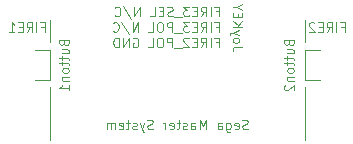
<source format=gbo>
G04 #@! TF.GenerationSoftware,KiCad,Pcbnew,(5.1.8)-1*
G04 #@! TF.CreationDate,2021-01-07T01:45:05+01:00*
G04 #@! TF.ProjectId,SMS Adapter,534d5320-4164-4617-9074-65722e6b6963,rev?*
G04 #@! TF.SameCoordinates,Original*
G04 #@! TF.FileFunction,Legend,Bot*
G04 #@! TF.FilePolarity,Positive*
%FSLAX46Y46*%
G04 Gerber Fmt 4.6, Leading zero omitted, Abs format (unit mm)*
G04 Created by KiCad (PCBNEW (5.1.8)-1) date 2021-01-07 01:45:05*
%MOMM*%
%LPD*%
G01*
G04 APERTURE LIST*
%ADD10C,0.100000*%
%ADD11C,0.120000*%
G04 APERTURE END LIST*
D10*
X148220952Y-92398809D02*
X148106666Y-92436904D01*
X147916190Y-92436904D01*
X147840000Y-92398809D01*
X147801904Y-92360714D01*
X147763809Y-92284523D01*
X147763809Y-92208333D01*
X147801904Y-92132142D01*
X147840000Y-92094047D01*
X147916190Y-92055952D01*
X148068571Y-92017857D01*
X148144761Y-91979761D01*
X148182857Y-91941666D01*
X148220952Y-91865476D01*
X148220952Y-91789285D01*
X148182857Y-91713095D01*
X148144761Y-91675000D01*
X148068571Y-91636904D01*
X147878095Y-91636904D01*
X147763809Y-91675000D01*
X147116190Y-92398809D02*
X147192380Y-92436904D01*
X147344761Y-92436904D01*
X147420952Y-92398809D01*
X147459047Y-92322619D01*
X147459047Y-92017857D01*
X147420952Y-91941666D01*
X147344761Y-91903571D01*
X147192380Y-91903571D01*
X147116190Y-91941666D01*
X147078095Y-92017857D01*
X147078095Y-92094047D01*
X147459047Y-92170238D01*
X146392380Y-91903571D02*
X146392380Y-92551190D01*
X146430476Y-92627380D01*
X146468571Y-92665476D01*
X146544761Y-92703571D01*
X146659047Y-92703571D01*
X146735238Y-92665476D01*
X146392380Y-92398809D02*
X146468571Y-92436904D01*
X146620952Y-92436904D01*
X146697142Y-92398809D01*
X146735238Y-92360714D01*
X146773333Y-92284523D01*
X146773333Y-92055952D01*
X146735238Y-91979761D01*
X146697142Y-91941666D01*
X146620952Y-91903571D01*
X146468571Y-91903571D01*
X146392380Y-91941666D01*
X145668571Y-92436904D02*
X145668571Y-92017857D01*
X145706666Y-91941666D01*
X145782857Y-91903571D01*
X145935238Y-91903571D01*
X146011428Y-91941666D01*
X145668571Y-92398809D02*
X145744761Y-92436904D01*
X145935238Y-92436904D01*
X146011428Y-92398809D01*
X146049523Y-92322619D01*
X146049523Y-92246428D01*
X146011428Y-92170238D01*
X145935238Y-92132142D01*
X145744761Y-92132142D01*
X145668571Y-92094047D01*
X144678095Y-92436904D02*
X144678095Y-91636904D01*
X144411428Y-92208333D01*
X144144761Y-91636904D01*
X144144761Y-92436904D01*
X143420952Y-92436904D02*
X143420952Y-92017857D01*
X143459047Y-91941666D01*
X143535238Y-91903571D01*
X143687619Y-91903571D01*
X143763809Y-91941666D01*
X143420952Y-92398809D02*
X143497142Y-92436904D01*
X143687619Y-92436904D01*
X143763809Y-92398809D01*
X143801904Y-92322619D01*
X143801904Y-92246428D01*
X143763809Y-92170238D01*
X143687619Y-92132142D01*
X143497142Y-92132142D01*
X143420952Y-92094047D01*
X143078095Y-92398809D02*
X143001904Y-92436904D01*
X142849523Y-92436904D01*
X142773333Y-92398809D01*
X142735238Y-92322619D01*
X142735238Y-92284523D01*
X142773333Y-92208333D01*
X142849523Y-92170238D01*
X142963809Y-92170238D01*
X143040000Y-92132142D01*
X143078095Y-92055952D01*
X143078095Y-92017857D01*
X143040000Y-91941666D01*
X142963809Y-91903571D01*
X142849523Y-91903571D01*
X142773333Y-91941666D01*
X142506666Y-91903571D02*
X142201904Y-91903571D01*
X142392380Y-91636904D02*
X142392380Y-92322619D01*
X142354285Y-92398809D01*
X142278095Y-92436904D01*
X142201904Y-92436904D01*
X141630476Y-92398809D02*
X141706666Y-92436904D01*
X141859047Y-92436904D01*
X141935238Y-92398809D01*
X141973333Y-92322619D01*
X141973333Y-92017857D01*
X141935238Y-91941666D01*
X141859047Y-91903571D01*
X141706666Y-91903571D01*
X141630476Y-91941666D01*
X141592380Y-92017857D01*
X141592380Y-92094047D01*
X141973333Y-92170238D01*
X141249523Y-92436904D02*
X141249523Y-91903571D01*
X141249523Y-92055952D02*
X141211428Y-91979761D01*
X141173333Y-91941666D01*
X141097142Y-91903571D01*
X141020952Y-91903571D01*
X140182857Y-92398809D02*
X140068571Y-92436904D01*
X139878095Y-92436904D01*
X139801904Y-92398809D01*
X139763809Y-92360714D01*
X139725714Y-92284523D01*
X139725714Y-92208333D01*
X139763809Y-92132142D01*
X139801904Y-92094047D01*
X139878095Y-92055952D01*
X140030476Y-92017857D01*
X140106666Y-91979761D01*
X140144761Y-91941666D01*
X140182857Y-91865476D01*
X140182857Y-91789285D01*
X140144761Y-91713095D01*
X140106666Y-91675000D01*
X140030476Y-91636904D01*
X139840000Y-91636904D01*
X139725714Y-91675000D01*
X139459047Y-91903571D02*
X139268571Y-92436904D01*
X139078095Y-91903571D02*
X139268571Y-92436904D01*
X139344761Y-92627380D01*
X139382857Y-92665476D01*
X139459047Y-92703571D01*
X138811428Y-92398809D02*
X138735238Y-92436904D01*
X138582857Y-92436904D01*
X138506666Y-92398809D01*
X138468571Y-92322619D01*
X138468571Y-92284523D01*
X138506666Y-92208333D01*
X138582857Y-92170238D01*
X138697142Y-92170238D01*
X138773333Y-92132142D01*
X138811428Y-92055952D01*
X138811428Y-92017857D01*
X138773333Y-91941666D01*
X138697142Y-91903571D01*
X138582857Y-91903571D01*
X138506666Y-91941666D01*
X138240000Y-91903571D02*
X137935238Y-91903571D01*
X138125714Y-91636904D02*
X138125714Y-92322619D01*
X138087619Y-92398809D01*
X138011428Y-92436904D01*
X137935238Y-92436904D01*
X137363809Y-92398809D02*
X137440000Y-92436904D01*
X137592380Y-92436904D01*
X137668571Y-92398809D01*
X137706666Y-92322619D01*
X137706666Y-92017857D01*
X137668571Y-91941666D01*
X137592380Y-91903571D01*
X137440000Y-91903571D01*
X137363809Y-91941666D01*
X137325714Y-92017857D01*
X137325714Y-92094047D01*
X137706666Y-92170238D01*
X136982857Y-92436904D02*
X136982857Y-91903571D01*
X136982857Y-91979761D02*
X136944761Y-91941666D01*
X136868571Y-91903571D01*
X136754285Y-91903571D01*
X136678095Y-91941666D01*
X136640000Y-92017857D01*
X136640000Y-92436904D01*
X136640000Y-92017857D02*
X136601904Y-91941666D01*
X136525714Y-91903571D01*
X136411428Y-91903571D01*
X136335238Y-91941666D01*
X136297142Y-92017857D01*
X136297142Y-92436904D01*
X147758095Y-85477142D02*
X147186666Y-85477142D01*
X147072380Y-85515238D01*
X146996190Y-85591428D01*
X146958095Y-85705714D01*
X146958095Y-85781904D01*
X146958095Y-84981904D02*
X146996190Y-85058095D01*
X147034285Y-85096190D01*
X147110476Y-85134285D01*
X147339047Y-85134285D01*
X147415238Y-85096190D01*
X147453333Y-85058095D01*
X147491428Y-84981904D01*
X147491428Y-84867619D01*
X147453333Y-84791428D01*
X147415238Y-84753333D01*
X147339047Y-84715238D01*
X147110476Y-84715238D01*
X147034285Y-84753333D01*
X146996190Y-84791428D01*
X146958095Y-84867619D01*
X146958095Y-84981904D01*
X147491428Y-84448571D02*
X146958095Y-84258095D01*
X147491428Y-84067619D02*
X146958095Y-84258095D01*
X146767619Y-84334285D01*
X146729523Y-84372380D01*
X146691428Y-84448571D01*
X146958095Y-83762857D02*
X147758095Y-83762857D01*
X146958095Y-83305714D02*
X147415238Y-83648571D01*
X147758095Y-83305714D02*
X147300952Y-83762857D01*
X147377142Y-82962857D02*
X147377142Y-82696190D01*
X146958095Y-82581904D02*
X146958095Y-82962857D01*
X147758095Y-82962857D01*
X147758095Y-82581904D01*
X147339047Y-82086666D02*
X146958095Y-82086666D01*
X147758095Y-82353333D02*
X147339047Y-82086666D01*
X147758095Y-81820000D01*
X145527857Y-82462857D02*
X145794523Y-82462857D01*
X145794523Y-82881904D02*
X145794523Y-82081904D01*
X145413571Y-82081904D01*
X145108809Y-82881904D02*
X145108809Y-82081904D01*
X144270714Y-82881904D02*
X144537380Y-82500952D01*
X144727857Y-82881904D02*
X144727857Y-82081904D01*
X144423095Y-82081904D01*
X144346904Y-82120000D01*
X144308809Y-82158095D01*
X144270714Y-82234285D01*
X144270714Y-82348571D01*
X144308809Y-82424761D01*
X144346904Y-82462857D01*
X144423095Y-82500952D01*
X144727857Y-82500952D01*
X143927857Y-82462857D02*
X143661190Y-82462857D01*
X143546904Y-82881904D02*
X143927857Y-82881904D01*
X143927857Y-82081904D01*
X143546904Y-82081904D01*
X143280238Y-82081904D02*
X142785000Y-82081904D01*
X143051666Y-82386666D01*
X142937380Y-82386666D01*
X142861190Y-82424761D01*
X142823095Y-82462857D01*
X142785000Y-82539047D01*
X142785000Y-82729523D01*
X142823095Y-82805714D01*
X142861190Y-82843809D01*
X142937380Y-82881904D01*
X143165952Y-82881904D01*
X143242142Y-82843809D01*
X143280238Y-82805714D01*
X142632619Y-82958095D02*
X142023095Y-82958095D01*
X141870714Y-82843809D02*
X141756428Y-82881904D01*
X141565952Y-82881904D01*
X141489761Y-82843809D01*
X141451666Y-82805714D01*
X141413571Y-82729523D01*
X141413571Y-82653333D01*
X141451666Y-82577142D01*
X141489761Y-82539047D01*
X141565952Y-82500952D01*
X141718333Y-82462857D01*
X141794523Y-82424761D01*
X141832619Y-82386666D01*
X141870714Y-82310476D01*
X141870714Y-82234285D01*
X141832619Y-82158095D01*
X141794523Y-82120000D01*
X141718333Y-82081904D01*
X141527857Y-82081904D01*
X141413571Y-82120000D01*
X141070714Y-82462857D02*
X140804047Y-82462857D01*
X140689761Y-82881904D02*
X141070714Y-82881904D01*
X141070714Y-82081904D01*
X140689761Y-82081904D01*
X139965952Y-82881904D02*
X140346904Y-82881904D01*
X140346904Y-82081904D01*
X139089761Y-82881904D02*
X139089761Y-82081904D01*
X138632619Y-82881904D01*
X138632619Y-82081904D01*
X137680238Y-82043809D02*
X138365952Y-83072380D01*
X136956428Y-82805714D02*
X136994523Y-82843809D01*
X137108809Y-82881904D01*
X137185000Y-82881904D01*
X137299285Y-82843809D01*
X137375476Y-82767619D01*
X137413571Y-82691428D01*
X137451666Y-82539047D01*
X137451666Y-82424761D01*
X137413571Y-82272380D01*
X137375476Y-82196190D01*
X137299285Y-82120000D01*
X137185000Y-82081904D01*
X137108809Y-82081904D01*
X136994523Y-82120000D01*
X136956428Y-82158095D01*
X145527857Y-83762857D02*
X145794523Y-83762857D01*
X145794523Y-84181904D02*
X145794523Y-83381904D01*
X145413571Y-83381904D01*
X145108809Y-84181904D02*
X145108809Y-83381904D01*
X144270714Y-84181904D02*
X144537380Y-83800952D01*
X144727857Y-84181904D02*
X144727857Y-83381904D01*
X144423095Y-83381904D01*
X144346904Y-83420000D01*
X144308809Y-83458095D01*
X144270714Y-83534285D01*
X144270714Y-83648571D01*
X144308809Y-83724761D01*
X144346904Y-83762857D01*
X144423095Y-83800952D01*
X144727857Y-83800952D01*
X143927857Y-83762857D02*
X143661190Y-83762857D01*
X143546904Y-84181904D02*
X143927857Y-84181904D01*
X143927857Y-83381904D01*
X143546904Y-83381904D01*
X143280238Y-83381904D02*
X142785000Y-83381904D01*
X143051666Y-83686666D01*
X142937380Y-83686666D01*
X142861190Y-83724761D01*
X142823095Y-83762857D01*
X142785000Y-83839047D01*
X142785000Y-84029523D01*
X142823095Y-84105714D01*
X142861190Y-84143809D01*
X142937380Y-84181904D01*
X143165952Y-84181904D01*
X143242142Y-84143809D01*
X143280238Y-84105714D01*
X142632619Y-84258095D02*
X142023095Y-84258095D01*
X141832619Y-84181904D02*
X141832619Y-83381904D01*
X141527857Y-83381904D01*
X141451666Y-83420000D01*
X141413571Y-83458095D01*
X141375476Y-83534285D01*
X141375476Y-83648571D01*
X141413571Y-83724761D01*
X141451666Y-83762857D01*
X141527857Y-83800952D01*
X141832619Y-83800952D01*
X140880238Y-83381904D02*
X140727857Y-83381904D01*
X140651666Y-83420000D01*
X140575476Y-83496190D01*
X140537380Y-83648571D01*
X140537380Y-83915238D01*
X140575476Y-84067619D01*
X140651666Y-84143809D01*
X140727857Y-84181904D01*
X140880238Y-84181904D01*
X140956428Y-84143809D01*
X141032619Y-84067619D01*
X141070714Y-83915238D01*
X141070714Y-83648571D01*
X141032619Y-83496190D01*
X140956428Y-83420000D01*
X140880238Y-83381904D01*
X139813571Y-84181904D02*
X140194523Y-84181904D01*
X140194523Y-83381904D01*
X138937380Y-84181904D02*
X138937380Y-83381904D01*
X138480238Y-84181904D01*
X138480238Y-83381904D01*
X137527857Y-83343809D02*
X138213571Y-84372380D01*
X136804047Y-84105714D02*
X136842142Y-84143809D01*
X136956428Y-84181904D01*
X137032619Y-84181904D01*
X137146904Y-84143809D01*
X137223095Y-84067619D01*
X137261190Y-83991428D01*
X137299285Y-83839047D01*
X137299285Y-83724761D01*
X137261190Y-83572380D01*
X137223095Y-83496190D01*
X137146904Y-83420000D01*
X137032619Y-83381904D01*
X136956428Y-83381904D01*
X136842142Y-83420000D01*
X136804047Y-83458095D01*
X145527857Y-85062857D02*
X145794523Y-85062857D01*
X145794523Y-85481904D02*
X145794523Y-84681904D01*
X145413571Y-84681904D01*
X145108809Y-85481904D02*
X145108809Y-84681904D01*
X144270714Y-85481904D02*
X144537380Y-85100952D01*
X144727857Y-85481904D02*
X144727857Y-84681904D01*
X144423095Y-84681904D01*
X144346904Y-84720000D01*
X144308809Y-84758095D01*
X144270714Y-84834285D01*
X144270714Y-84948571D01*
X144308809Y-85024761D01*
X144346904Y-85062857D01*
X144423095Y-85100952D01*
X144727857Y-85100952D01*
X143927857Y-85062857D02*
X143661190Y-85062857D01*
X143546904Y-85481904D02*
X143927857Y-85481904D01*
X143927857Y-84681904D01*
X143546904Y-84681904D01*
X143242142Y-84758095D02*
X143204047Y-84720000D01*
X143127857Y-84681904D01*
X142937380Y-84681904D01*
X142861190Y-84720000D01*
X142823095Y-84758095D01*
X142785000Y-84834285D01*
X142785000Y-84910476D01*
X142823095Y-85024761D01*
X143280238Y-85481904D01*
X142785000Y-85481904D01*
X142632619Y-85558095D02*
X142023095Y-85558095D01*
X141832619Y-85481904D02*
X141832619Y-84681904D01*
X141527857Y-84681904D01*
X141451666Y-84720000D01*
X141413571Y-84758095D01*
X141375476Y-84834285D01*
X141375476Y-84948571D01*
X141413571Y-85024761D01*
X141451666Y-85062857D01*
X141527857Y-85100952D01*
X141832619Y-85100952D01*
X140880238Y-84681904D02*
X140727857Y-84681904D01*
X140651666Y-84720000D01*
X140575476Y-84796190D01*
X140537380Y-84948571D01*
X140537380Y-85215238D01*
X140575476Y-85367619D01*
X140651666Y-85443809D01*
X140727857Y-85481904D01*
X140880238Y-85481904D01*
X140956428Y-85443809D01*
X141032619Y-85367619D01*
X141070714Y-85215238D01*
X141070714Y-84948571D01*
X141032619Y-84796190D01*
X140956428Y-84720000D01*
X140880238Y-84681904D01*
X139813571Y-85481904D02*
X140194523Y-85481904D01*
X140194523Y-84681904D01*
X138518333Y-84720000D02*
X138594523Y-84681904D01*
X138708809Y-84681904D01*
X138823095Y-84720000D01*
X138899285Y-84796190D01*
X138937380Y-84872380D01*
X138975476Y-85024761D01*
X138975476Y-85139047D01*
X138937380Y-85291428D01*
X138899285Y-85367619D01*
X138823095Y-85443809D01*
X138708809Y-85481904D01*
X138632619Y-85481904D01*
X138518333Y-85443809D01*
X138480238Y-85405714D01*
X138480238Y-85139047D01*
X138632619Y-85139047D01*
X138137380Y-85481904D02*
X138137380Y-84681904D01*
X137680238Y-85481904D01*
X137680238Y-84681904D01*
X137299285Y-85481904D02*
X137299285Y-84681904D01*
X137108809Y-84681904D01*
X136994523Y-84720000D01*
X136918333Y-84796190D01*
X136880238Y-84872380D01*
X136842142Y-85024761D01*
X136842142Y-85139047D01*
X136880238Y-85291428D01*
X136918333Y-85367619D01*
X136994523Y-85443809D01*
X137108809Y-85481904D01*
X137299285Y-85481904D01*
D11*
X153035000Y-93345000D02*
X153035000Y-88900000D01*
D10*
X151707857Y-85128333D02*
X151745952Y-85242619D01*
X151784047Y-85280714D01*
X151860238Y-85318809D01*
X151974523Y-85318809D01*
X152050714Y-85280714D01*
X152088809Y-85242619D01*
X152126904Y-85166428D01*
X152126904Y-84861666D01*
X151326904Y-84861666D01*
X151326904Y-85128333D01*
X151365000Y-85204523D01*
X151403095Y-85242619D01*
X151479285Y-85280714D01*
X151555476Y-85280714D01*
X151631666Y-85242619D01*
X151669761Y-85204523D01*
X151707857Y-85128333D01*
X151707857Y-84861666D01*
X151593571Y-86004523D02*
X152126904Y-86004523D01*
X151593571Y-85661666D02*
X152012619Y-85661666D01*
X152088809Y-85699761D01*
X152126904Y-85775952D01*
X152126904Y-85890238D01*
X152088809Y-85966428D01*
X152050714Y-86004523D01*
X151593571Y-86271190D02*
X151593571Y-86575952D01*
X151326904Y-86385476D02*
X152012619Y-86385476D01*
X152088809Y-86423571D01*
X152126904Y-86499761D01*
X152126904Y-86575952D01*
X151593571Y-86728333D02*
X151593571Y-87033095D01*
X151326904Y-86842619D02*
X152012619Y-86842619D01*
X152088809Y-86880714D01*
X152126904Y-86956904D01*
X152126904Y-87033095D01*
X152126904Y-87414047D02*
X152088809Y-87337857D01*
X152050714Y-87299761D01*
X151974523Y-87261666D01*
X151745952Y-87261666D01*
X151669761Y-87299761D01*
X151631666Y-87337857D01*
X151593571Y-87414047D01*
X151593571Y-87528333D01*
X151631666Y-87604523D01*
X151669761Y-87642619D01*
X151745952Y-87680714D01*
X151974523Y-87680714D01*
X152050714Y-87642619D01*
X152088809Y-87604523D01*
X152126904Y-87528333D01*
X152126904Y-87414047D01*
X151593571Y-88023571D02*
X152126904Y-88023571D01*
X151669761Y-88023571D02*
X151631666Y-88061666D01*
X151593571Y-88137857D01*
X151593571Y-88252142D01*
X151631666Y-88328333D01*
X151707857Y-88366428D01*
X152126904Y-88366428D01*
X151403095Y-88709285D02*
X151365000Y-88747380D01*
X151326904Y-88823571D01*
X151326904Y-89014047D01*
X151365000Y-89090238D01*
X151403095Y-89128333D01*
X151479285Y-89166428D01*
X151555476Y-89166428D01*
X151669761Y-89128333D01*
X152126904Y-88671190D01*
X152126904Y-89166428D01*
X156159047Y-83762857D02*
X156425714Y-83762857D01*
X156425714Y-84181904D02*
X156425714Y-83381904D01*
X156044761Y-83381904D01*
X155740000Y-84181904D02*
X155740000Y-83381904D01*
X154901904Y-84181904D02*
X155168571Y-83800952D01*
X155359047Y-84181904D02*
X155359047Y-83381904D01*
X155054285Y-83381904D01*
X154978095Y-83420000D01*
X154940000Y-83458095D01*
X154901904Y-83534285D01*
X154901904Y-83648571D01*
X154940000Y-83724761D01*
X154978095Y-83762857D01*
X155054285Y-83800952D01*
X155359047Y-83800952D01*
X154559047Y-83762857D02*
X154292380Y-83762857D01*
X154178095Y-84181904D02*
X154559047Y-84181904D01*
X154559047Y-83381904D01*
X154178095Y-83381904D01*
X153873333Y-83458095D02*
X153835238Y-83420000D01*
X153759047Y-83381904D01*
X153568571Y-83381904D01*
X153492380Y-83420000D01*
X153454285Y-83458095D01*
X153416190Y-83534285D01*
X153416190Y-83610476D01*
X153454285Y-83724761D01*
X153911428Y-84181904D01*
X153416190Y-84181904D01*
X130759047Y-83762857D02*
X131025714Y-83762857D01*
X131025714Y-84181904D02*
X131025714Y-83381904D01*
X130644761Y-83381904D01*
X130340000Y-84181904D02*
X130340000Y-83381904D01*
X129501904Y-84181904D02*
X129768571Y-83800952D01*
X129959047Y-84181904D02*
X129959047Y-83381904D01*
X129654285Y-83381904D01*
X129578095Y-83420000D01*
X129540000Y-83458095D01*
X129501904Y-83534285D01*
X129501904Y-83648571D01*
X129540000Y-83724761D01*
X129578095Y-83762857D01*
X129654285Y-83800952D01*
X129959047Y-83800952D01*
X129159047Y-83762857D02*
X128892380Y-83762857D01*
X128778095Y-84181904D02*
X129159047Y-84181904D01*
X129159047Y-83381904D01*
X128778095Y-83381904D01*
X128016190Y-84181904D02*
X128473333Y-84181904D01*
X128244761Y-84181904D02*
X128244761Y-83381904D01*
X128320952Y-83496190D01*
X128397142Y-83572380D01*
X128473333Y-83610476D01*
X132657857Y-85128333D02*
X132695952Y-85242619D01*
X132734047Y-85280714D01*
X132810238Y-85318809D01*
X132924523Y-85318809D01*
X133000714Y-85280714D01*
X133038809Y-85242619D01*
X133076904Y-85166428D01*
X133076904Y-84861666D01*
X132276904Y-84861666D01*
X132276904Y-85128333D01*
X132315000Y-85204523D01*
X132353095Y-85242619D01*
X132429285Y-85280714D01*
X132505476Y-85280714D01*
X132581666Y-85242619D01*
X132619761Y-85204523D01*
X132657857Y-85128333D01*
X132657857Y-84861666D01*
X132543571Y-86004523D02*
X133076904Y-86004523D01*
X132543571Y-85661666D02*
X132962619Y-85661666D01*
X133038809Y-85699761D01*
X133076904Y-85775952D01*
X133076904Y-85890238D01*
X133038809Y-85966428D01*
X133000714Y-86004523D01*
X132543571Y-86271190D02*
X132543571Y-86575952D01*
X132276904Y-86385476D02*
X132962619Y-86385476D01*
X133038809Y-86423571D01*
X133076904Y-86499761D01*
X133076904Y-86575952D01*
X132543571Y-86728333D02*
X132543571Y-87033095D01*
X132276904Y-86842619D02*
X132962619Y-86842619D01*
X133038809Y-86880714D01*
X133076904Y-86956904D01*
X133076904Y-87033095D01*
X133076904Y-87414047D02*
X133038809Y-87337857D01*
X133000714Y-87299761D01*
X132924523Y-87261666D01*
X132695952Y-87261666D01*
X132619761Y-87299761D01*
X132581666Y-87337857D01*
X132543571Y-87414047D01*
X132543571Y-87528333D01*
X132581666Y-87604523D01*
X132619761Y-87642619D01*
X132695952Y-87680714D01*
X132924523Y-87680714D01*
X133000714Y-87642619D01*
X133038809Y-87604523D01*
X133076904Y-87528333D01*
X133076904Y-87414047D01*
X132543571Y-88023571D02*
X133076904Y-88023571D01*
X132619761Y-88023571D02*
X132581666Y-88061666D01*
X132543571Y-88137857D01*
X132543571Y-88252142D01*
X132581666Y-88328333D01*
X132657857Y-88366428D01*
X133076904Y-88366428D01*
X133076904Y-89166428D02*
X133076904Y-88709285D01*
X133076904Y-88937857D02*
X132276904Y-88937857D01*
X132391190Y-88861666D01*
X132467380Y-88785476D01*
X132505476Y-88709285D01*
D11*
X153035000Y-88265000D02*
X154305000Y-88265000D01*
X153035000Y-85725000D02*
X153035000Y-88265000D01*
X153035000Y-85725000D02*
X154305000Y-85725000D01*
X153035000Y-83185000D02*
X153035000Y-85090000D01*
X131445000Y-88900000D02*
X131445000Y-93345000D01*
X131445000Y-88265000D02*
X130175000Y-88265000D01*
X131445000Y-85725000D02*
X131445000Y-88265000D01*
X130175000Y-85725000D02*
X131445000Y-85725000D01*
X131445000Y-83185000D02*
X131445000Y-85090000D01*
M02*

</source>
